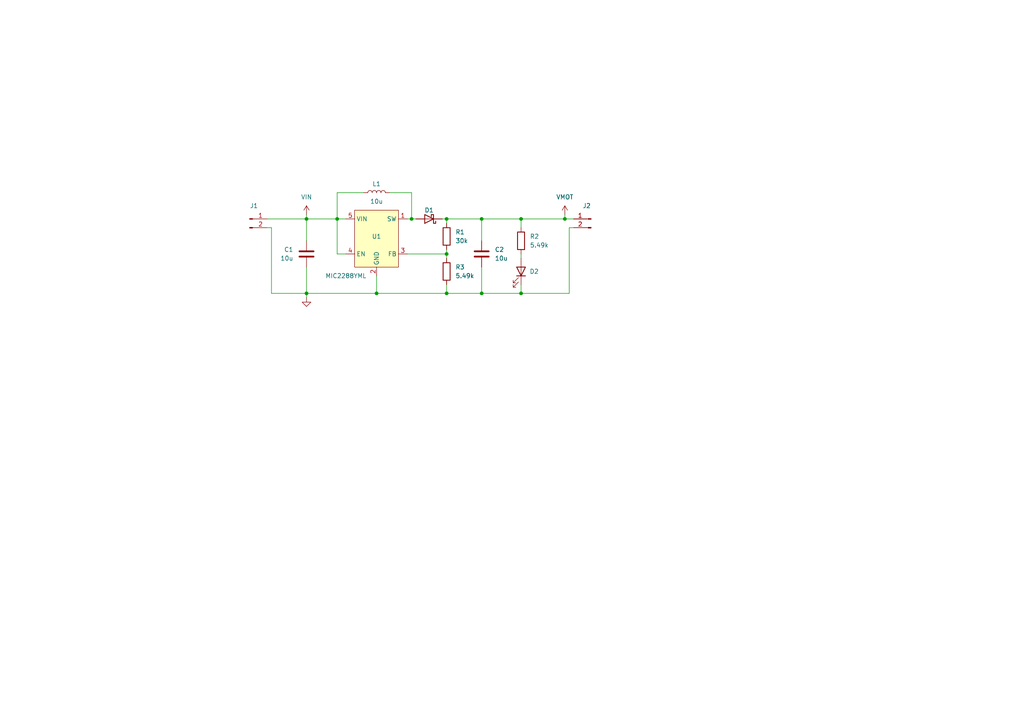
<source format=kicad_sch>
(kicad_sch (version 20231120) (generator "eeschema") (generator_version "8.0")
  (paper "A4")
  (lib_symbols
    (symbol "0_Switching_Regulators:MIC2288"
      (property "Reference" "U101" (at 0.635 3.81 0))
      (property "Value" "~" (at 0.635 1.27 0))
      (symbol "MIC2288_1_1"
        (rectangle (start -5.08 0) (end 7.62 -16.51) (fill (type background)))
        (pin input line (at 10.16 -2.54 180) (length 2.54) (name "SW") (number "1"))
        (pin input line (at 1.27 -19.05 90) (length 2.54) (name "GND") (number "2"))
        (pin input line (at 10.16 -12.7 180) (length 2.54) (name "FB") (number "3"))
        (pin input line (at -7.62 -12.7 0) (length 2.54) (name "EN") (number "4"))
        (pin input line (at -7.62 -2.54 0) (length 2.54) (name "VIN") (number "5"))
      )
    )
    (symbol "Connector:Conn_01x02_Pin" (pin_names (offset 1.016) hide)
      (property "Reference" "J" (at 0 2.54 0))
      (property "Value" "Conn_01x02_Pin" (at 0 -5.08 0))
      (symbol "Conn_01x02_Pin_1_1"
        (polyline (pts (xy 1.27 -2.54) (xy 0.8636 -2.54)) (stroke (width 0.1524)))
        (polyline (pts (xy 1.27 0) (xy 0.8636 0)) (stroke (width 0.1524)))
        (rectangle (start 0.8636 -2.413) (end 0 -2.667) (stroke (width 0.1524)) (fill (type outline)))
        (rectangle (start 0.8636 0.127) (end 0 -0.127) (stroke (width 0.1524)) (fill (type outline)))
        (pin passive line (at 5.08 0 180) (length 3.81) (name "Pin_1") (number "1"))
        (pin passive line (at 5.08 -2.54 180) (length 3.81) (name "Pin_2") (number "2"))
      )
    )
    (symbol "Device:C" (pin_numbers hide) (pin_names (offset 0.254))
      (property "Reference" "C" (at 0.635 2.54 0))
      (property "Value" "C" (at 0.635 -2.54 0))
      (symbol "C_0_1"
        (polyline (pts (xy -2.032 -0.762) (xy 2.032 -0.762)) (stroke (width 0.508)))
        (polyline (pts (xy -2.032 0.762) (xy 2.032 0.762)) (stroke (width 0.508)))
      )
      (symbol "C_1_1"
        (pin passive line (at 0 3.81 270) (length 2.794) (name "~") (number "1"))
        (pin passive line (at 0 -3.81 90) (length 2.794) (name "~") (number "2"))
      )
    )
    (symbol "Device:D_Schottky" (pin_numbers hide) (pin_names (offset 1.016) hide)
      (property "Reference" "D" (at 0 2.54 0))
      (property "Value" "D_Schottky" (at 0 -2.54 0))
      (symbol "D_Schottky_0_1"
        (polyline (pts (xy 1.27 0) (xy -1.27 0)))
        (polyline (pts (xy 1.27 1.27) (xy 1.27 -1.27) (xy -1.27 0) (xy 1.27 1.27)) (stroke (width 0.254)))
        (polyline (pts (xy -1.905 0.635) (xy -1.905 1.27) (xy -1.27 1.27) (xy -1.27 -1.27) (xy -0.635 -1.27) (xy -0.635 -0.635)) (stroke (width 0.254)))
      )
      (symbol "D_Schottky_1_1"
        (pin passive line (at -3.81 0 0) (length 2.54) (name "K") (number "1"))
        (pin passive line (at 3.81 0 180) (length 2.54) (name "A") (number "2"))
      )
    )
    (symbol "Device:L" (pin_numbers hide) (pin_names (offset 1.016) hide)
      (property "Reference" "L" (at -1.27 0 90))
      (property "Value" "L" (at 1.905 0 90))
      (symbol "L_0_1"
        (arc (start 0 -2.54) (mid 0.6323 -1.905) (end 0 -1.27))
        (arc (start 0 -1.27) (mid 0.6323 -0.635) (end 0 0))
        (arc (start 0 0) (mid 0.6323 0.635) (end 0 1.27))
        (arc (start 0 1.27) (mid 0.6323 1.905) (end 0 2.54))
      )
      (symbol "L_1_1"
        (pin passive line (at 0 3.81 270) (length 1.27) (name "1") (number "1"))
        (pin passive line (at 0 -3.81 90) (length 1.27) (name "2") (number "2"))
      )
    )
    (symbol "Device:LED" (pin_numbers hide) (pin_names (offset 1.016) hide)
      (property "Reference" "D" (at 0 2.54 0))
      (property "Value" "LED" (at 0 -2.54 0))
      (symbol "LED_0_1"
        (polyline (pts (xy -1.27 -1.27) (xy -1.27 1.27)) (stroke (width 0.254)))
        (polyline (pts (xy -1.27 0) (xy 1.27 0)))
        (polyline (pts (xy 1.27 -1.27) (xy 1.27 1.27) (xy -1.27 0) (xy 1.27 -1.27)) (stroke (width 0.254)))
        (polyline (pts (xy -3.048 -0.762) (xy -4.572 -2.286) (xy -3.81 -2.286) (xy -4.572 -2.286) (xy -4.572 -1.524)))
        (polyline (pts (xy -1.778 -0.762) (xy -3.302 -2.286) (xy -2.54 -2.286) (xy -3.302 -2.286) (xy -3.302 -1.524)))
      )
      (symbol "LED_1_1"
        (pin passive line (at -3.81 0 0) (length 2.54) (name "K") (number "1"))
        (pin passive line (at 3.81 0 180) (length 2.54) (name "A") (number "2"))
      )
    )
    (symbol "Device:R" (pin_numbers hide) (pin_names (offset 0))
      (property "Reference" "R" (at 2.032 0 90))
      (property "Value" "R" (at 0 0 90))
      (symbol "R_0_1"
        (rectangle (start -1.016 -2.54) (end 1.016 2.54) (stroke (width 0.254)))
      )
      (symbol "R_1_1"
        (pin passive line (at 0 3.81 270) (length 1.27) (name "~") (number "1"))
        (pin passive line (at 0 -3.81 90) (length 1.27) (name "~") (number "2"))
      )
    )
    (symbol "power:GND" (power) (pin_names (offset 0))
      (property "Value" "GND" (at 0 -3.81 0))
      (symbol "GND_0_1"
        (polyline (pts (xy 0 0) (xy 0 -1.27) (xy 1.27 -1.27) (xy 0 -2.54) (xy -1.27 -1.27) (xy 0 -1.27)))
      )
      (symbol "GND_1_1"
        (pin power_in line (at 0 0 270) (length 0) hide (name "GND") (number "1"))
      )
    )
    (symbol "power:Vdrive" (power) (pin_names (offset 0))
      (property "Value" "Vdrive" (at 0 3.81 0))
      (symbol "Vdrive_0_1"
        (polyline (pts (xy -0.762 1.27) (xy 0 2.54)))
        (polyline (pts (xy 0 0) (xy 0 2.54)))
        (polyline (pts (xy 0 2.54) (xy 0.762 1.27)))
      )
      (symbol "Vdrive_1_1"
        (pin power_in line (at 0 0 90) (length 0) hide (name "Vdrive") (number "1"))
      )
    )
  )
  (junction (at 109.22 85.09))
  (junction (at 163.83 63.5))
  (junction (at 88.9 85.09))
  (junction (at 151.13 63.5))
  (junction (at 129.54 73.66))
  (junction (at 139.7 63.5))
  (junction (at 119.38 63.5))
  (junction (at 129.54 63.5))
  (junction (at 97.79 63.5))
  (junction (at 129.54 85.09))
  (junction (at 88.9 63.5))
  (junction (at 151.13 85.09))
  (junction (at 139.7 85.09))
  (wire (pts (xy 119.38 63.5) (xy 120.65 63.5)))
  (wire (pts (xy 113.03 55.88) (xy 119.38 55.88)))
  (wire (pts (xy 151.13 82.55) (xy 151.13 85.09)))
  (wire (pts (xy 77.47 66.04) (xy 78.74 66.04)))
  (wire (pts (xy 88.9 77.47) (xy 88.9 85.09)))
  (wire (pts (xy 77.47 63.5) (xy 88.9 63.5)))
  (wire (pts (xy 165.1 66.04) (xy 165.1 85.09)))
  (wire (pts (xy 109.22 80.01) (xy 109.22 85.09)))
  (wire (pts (xy 151.13 73.66) (xy 151.13 74.93)))
  (wire (pts (xy 118.11 63.5) (xy 119.38 63.5)))
  (wire (pts (xy 97.79 55.88) (xy 97.79 63.5)))
  (wire (pts (xy 88.9 63.5) (xy 88.9 69.85)))
  (wire (pts (xy 78.74 85.09) (xy 88.9 85.09)))
  (wire (pts (xy 119.38 55.88) (xy 119.38 63.5)))
  (wire (pts (xy 88.9 86.36) (xy 88.9 85.09)))
  (wire (pts (xy 97.79 63.5) (xy 97.79 73.66)))
  (wire (pts (xy 139.7 63.5) (xy 139.7 69.85)))
  (wire (pts (xy 139.7 85.09) (xy 151.13 85.09)))
  (wire (pts (xy 165.1 66.04) (xy 166.37 66.04)))
  (wire (pts (xy 129.54 85.09) (xy 139.7 85.09)))
  (wire (pts (xy 78.74 66.04) (xy 78.74 85.09)))
  (wire (pts (xy 88.9 85.09) (xy 109.22 85.09)))
  (wire (pts (xy 163.83 63.5) (xy 166.37 63.5)))
  (wire (pts (xy 97.79 55.88) (xy 105.41 55.88)))
  (wire (pts (xy 118.11 73.66) (xy 129.54 73.66)))
  (wire (pts (xy 88.9 62.23) (xy 88.9 63.5)))
  (wire (pts (xy 151.13 63.5) (xy 163.83 63.5)))
  (wire (pts (xy 97.79 73.66) (xy 100.33 73.66)))
  (wire (pts (xy 139.7 63.5) (xy 151.13 63.5)))
  (wire (pts (xy 129.54 73.66) (xy 129.54 74.93)))
  (wire (pts (xy 151.13 63.5) (xy 151.13 66.04)))
  (wire (pts (xy 129.54 82.55) (xy 129.54 85.09)))
  (wire (pts (xy 97.79 63.5) (xy 100.33 63.5)))
  (wire (pts (xy 129.54 63.5) (xy 129.54 64.77)))
  (wire (pts (xy 109.22 85.09) (xy 129.54 85.09)))
  (wire (pts (xy 128.27 63.5) (xy 129.54 63.5)))
  (wire (pts (xy 129.54 63.5) (xy 139.7 63.5)))
  (wire (pts (xy 163.83 63.5) (xy 163.83 62.23)))
  (wire (pts (xy 139.7 77.47) (xy 139.7 85.09)))
  (wire (pts (xy 151.13 85.09) (xy 165.1 85.09)))
  (wire (pts (xy 88.9 63.5) (xy 97.79 63.5)))
  (wire (pts (xy 129.54 72.39) (xy 129.54 73.66)))
  (symbol (lib_id "Connector:Conn_01x02_Pin") (at 171.45 63.5 0) (mirror y) (unit 1)
    (property "Reference" "J2" (at 170.18 59.69 0))
    (property "Value" "Conn_01x02_Pin" (effects (hide yes)))
    (property "Footprint" "Connector_PinHeader_2.54mm:PinHeader_1x02_P2.54mm_Vertical" (effects (hide yes)))
    (property "Description" "Generic connector, single row, 01x02, script generated" (effects (hide yes)))
  )
  (symbol (lib_id "Device:D_Schottky") (at 124.46 63.5 180) (unit 1)
    (property "Reference" "D1" (at 124.46 60.96 0))
    (property "Value" "D_Schottky" (effects (hide yes)))
    (property "Footprint" "Diode_SMD:D_SMA" (effects (hide yes)))
    (property "Datasheet" "SS24" (effects (hide yes)))
    (property "Description" "Schottky diode" (effects (hide yes)))
  )
  (symbol (lib_id "0_Switching_Regulators:MIC2288") (at 107.95 60.96 0) (unit 1)
    (property "Reference" "U1" (at 109.22 68.58 0))
    (property "Value" "MIC2288YML" (at 100.33 80.01 0))
    (property "Footprint" "Package_TO_SOT_SMD:SOT-23-5_HandSoldering" (effects (hide yes)))
  )
  (symbol (lib_id "Device:R") (at 151.13 69.85 0) (mirror y) (unit 1)
    (property "Reference" "R2" (at 153.67 68.5799 0) (effects (justify right)))
    (property "Value" "5.49k" (at 153.67 71.1199 0) (effects (justify right)))
    (property "Footprint" "Resistor_SMD:R_0603_1608Metric" (effects (hide yes)))
  )
  (symbol (lib_id "Connector:Conn_01x02_Pin") (at 72.39 63.5 0) (unit 1)
    (property "Reference" "J1" (at 73.66 59.69 0))
    (property "Value" "Conn_01x02_Pin" (effects (hide yes)))
    (property "Footprint" "Connector_PinHeader_2.54mm:PinHeader_1x02_P2.54mm_Vertical" (effects (hide yes)))
    (property "Description" "Generic connector, single row, 01x02, script generated" (effects (hide yes)))
  )
  (symbol (lib_id "power:GND") (at 88.9 86.36 0) (unit 1)
    (property "Reference" "#PWR02" (effects (hide yes)))
    (property "Value" "GND" (effects (hide yes)))
  )
  (symbol (lib_id "Device:R") (at 129.54 78.74 0) (mirror y) (unit 1)
    (property "Reference" "R3" (at 132.08 77.4699 0) (effects (justify right)))
    (property "Value" "5.49k" (at 132.08 80.0099 0) (effects (justify right)))
    (property "Footprint" "Resistor_SMD:R_0603_1608Metric" (effects (hide yes)))
  )
  (symbol (lib_id "power:Vdrive") (at 163.83 62.23 0) (unit 1)
    (property "Reference" "#PWR01" (effects (hide yes)))
    (property "Value" "VMOT" (at 163.83 57.15 0))
  )
  (symbol (lib_id "Device:C") (at 139.7 73.66 0) (unit 1)
    (property "Reference" "C2" (at 143.51 72.39 0) (effects (justify left)))
    (property "Value" "10u" (at 143.51 74.93 0) (effects (justify left)))
    (property "Footprint" "Capacitor_SMD:C_0603_1608Metric" (effects (hide yes)))
  )
  (symbol (lib_id "power:Vdrive") (at 88.9 62.23 0) (unit 1)
    (property "Reference" "#PWR03" (effects (hide yes)))
    (property "Value" "VIN" (at 88.9 57.15 0))
  )
  (symbol (lib_id "Device:R") (at 129.54 68.58 0) (mirror y) (unit 1)
    (property "Reference" "R1" (at 132.08 67.3099 0) (effects (justify right)))
    (property "Value" "30k" (at 132.08 69.8499 0) (effects (justify right)))
    (property "Footprint" "Resistor_SMD:R_0603_1608Metric" (effects (hide yes)))
  )
  (symbol (lib_id "Device:L") (at 109.22 55.88 90) (unit 1)
    (property "Reference" "L1" (at 109.22 53.34 90))
    (property "Value" "10u" (at 109.22 58.42 90))
    (property "Footprint" "0_Inductors:Murata_LQH43xxx" (effects (hide yes)))
    (property "Datasheet" "LQH43CN100K03L" (effects (hide yes)))
    (property "Description" "Inductor" (effects (hide yes)))
  )
  (symbol (lib_id "Device:LED") (at 151.13 78.74 270) (mirror x) (unit 1)
    (property "Reference" "D2" (at 154.94 78.74 90))
    (property "Value" "LED" (effects (hide yes)))
    (property "Footprint" "LED_SMD:LED_0603_1608Metric" (effects (hide yes)))
  )
  (symbol (lib_id "Device:C") (at 88.9 73.66 0) (mirror y) (unit 1)
    (property "Reference" "C1" (at 85.09 72.39 0) (effects (justify left)))
    (property "Value" "10u" (at 85.09 74.93 0) (effects (justify left)))
    (property "Footprint" "Capacitor_SMD:C_0603_1608Metric" (effects (hide yes)))
  )
)
</source>
